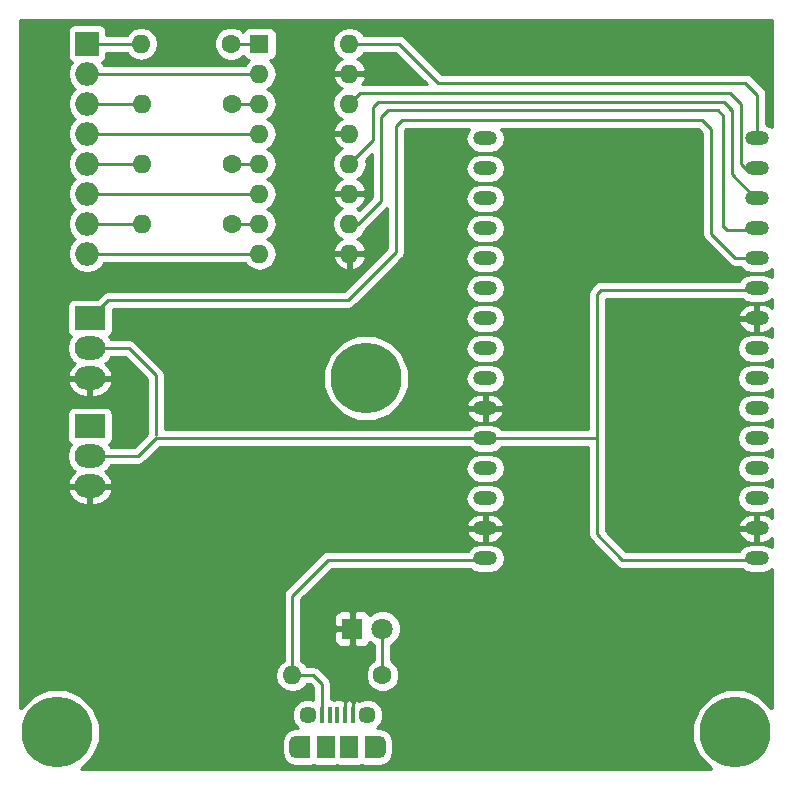
<source format=gbr>
G04 #@! TF.FileFunction,Copper,L1,Top,Signal*
%FSLAX46Y46*%
G04 Gerber Fmt 4.6, Leading zero omitted, Abs format (unit mm)*
G04 Created by KiCad (PCBNEW 4.0.7) date 07/11/18 14:17:59*
%MOMM*%
%LPD*%
G01*
G04 APERTURE LIST*
%ADD10C,0.100000*%
%ADD11O,2.000000X1.200000*%
%ADD12R,1.800000X1.800000*%
%ADD13C,1.800000*%
%ADD14O,1.998980X1.998980*%
%ADD15R,1.998980X1.998980*%
%ADD16R,1.500000X1.900000*%
%ADD17C,1.450000*%
%ADD18R,0.400000X1.350000*%
%ADD19O,1.200000X1.900000*%
%ADD20R,1.200000X1.900000*%
%ADD21C,1.600000*%
%ADD22O,1.600000X1.600000*%
%ADD23R,1.600000X1.600000*%
%ADD24C,6.000000*%
%ADD25R,2.600000X2.000000*%
%ADD26O,2.600000X2.000000*%
%ADD27C,0.250000*%
%ADD28C,0.254000*%
G04 APERTURE END LIST*
D10*
D11*
X190570000Y-63754000D03*
X167570000Y-63754000D03*
X190570000Y-66294000D03*
X167570000Y-66294000D03*
X190570000Y-68834000D03*
X167570000Y-68834000D03*
X190570000Y-71374000D03*
X167570000Y-71374000D03*
X190570000Y-73914000D03*
X167570000Y-73914000D03*
X190570000Y-76454000D03*
X167570000Y-76454000D03*
X190570000Y-78994000D03*
X167570000Y-78994000D03*
X190570000Y-81534000D03*
X167570000Y-81534000D03*
X190570000Y-84074000D03*
X167570000Y-84074000D03*
X190570000Y-86614000D03*
X167570000Y-86614000D03*
X190570000Y-89154000D03*
X167570000Y-89154000D03*
X190570000Y-91694000D03*
X167570000Y-91694000D03*
X190570000Y-94234000D03*
X167570000Y-94234000D03*
X190570000Y-96774000D03*
X167570000Y-96774000D03*
X190570000Y-99314000D03*
X167570000Y-99314000D03*
D12*
X156337000Y-105283000D03*
D13*
X158877000Y-105283000D03*
D14*
X133858000Y-63373000D03*
D15*
X133858000Y-55753000D03*
D14*
X133858000Y-58293000D03*
X133858000Y-60833000D03*
X133858000Y-65913000D03*
X133858000Y-68453000D03*
X133858000Y-70993000D03*
X133858000Y-73533000D03*
D16*
X156067000Y-115285000D03*
D17*
X152567000Y-112585000D03*
D18*
X154417000Y-112585000D03*
X153767000Y-112585000D03*
X156367000Y-112585000D03*
X155717000Y-112585000D03*
X155067000Y-112585000D03*
D17*
X157567000Y-112585000D03*
D16*
X154067000Y-115285000D03*
D19*
X151567000Y-115285000D03*
X158567000Y-115285000D03*
D20*
X157967000Y-115285000D03*
X152167000Y-115285000D03*
D21*
X146050000Y-55753000D03*
D22*
X138430000Y-55753000D03*
D21*
X146177000Y-60833000D03*
D22*
X138557000Y-60833000D03*
D21*
X146177000Y-65913000D03*
D22*
X138557000Y-65913000D03*
D21*
X146177000Y-70993000D03*
D22*
X138557000Y-70993000D03*
D21*
X158877000Y-109220000D03*
D22*
X151257000Y-109220000D03*
D23*
X148463000Y-55753000D03*
D22*
X156083000Y-73533000D03*
X148463000Y-58293000D03*
X156083000Y-70993000D03*
X148463000Y-60833000D03*
X156083000Y-68453000D03*
X148463000Y-63373000D03*
X156083000Y-65913000D03*
X148463000Y-65913000D03*
X156083000Y-63373000D03*
X148463000Y-68453000D03*
X156083000Y-60833000D03*
X148463000Y-70993000D03*
X156083000Y-58293000D03*
X148463000Y-73533000D03*
X156083000Y-55753000D03*
D24*
X131318000Y-114046000D03*
X188722000Y-114046000D03*
X157480000Y-84074000D03*
D25*
X134112000Y-78994000D03*
D26*
X134112000Y-81534000D03*
X134112000Y-84074000D03*
D25*
X134112000Y-88138000D03*
D26*
X134112000Y-90678000D03*
X134112000Y-93218000D03*
D27*
X155717000Y-112585000D02*
X155717000Y-111237000D01*
X155717000Y-111237000D02*
X155956000Y-110998000D01*
X156367000Y-112585000D02*
X156367000Y-111155000D01*
X156367000Y-111155000D02*
X156210000Y-110998000D01*
X158877000Y-109220000D02*
X158877000Y-105283000D01*
X133858000Y-63373000D02*
X148463000Y-63373000D01*
X133858000Y-55753000D02*
X138430000Y-55753000D01*
X133858000Y-58293000D02*
X148463000Y-58293000D01*
X133858000Y-60833000D02*
X138557000Y-60833000D01*
X138557000Y-65913000D02*
X133858000Y-65913000D01*
X133858000Y-68453000D02*
X148463000Y-68453000D01*
X133858000Y-70993000D02*
X138557000Y-70993000D01*
X133858000Y-73533000D02*
X148463000Y-73533000D01*
X167443000Y-99441000D02*
X162687000Y-99441000D01*
X151257000Y-102489000D02*
X154305000Y-99441000D01*
X154305000Y-99441000D02*
X162687000Y-99441000D01*
X151257000Y-102489000D02*
X151257000Y-109220000D01*
X167443000Y-99441000D02*
X167570000Y-99314000D01*
X153767000Y-112585000D02*
X153767000Y-109952000D01*
X153767000Y-109952000D02*
X153035000Y-109220000D01*
X153035000Y-109220000D02*
X151257000Y-109220000D01*
X146050000Y-55753000D02*
X148463000Y-55753000D01*
X146177000Y-60833000D02*
X148463000Y-60833000D01*
X148463000Y-65913000D02*
X146177000Y-65913000D01*
X146177000Y-70993000D02*
X148463000Y-70993000D01*
X156083000Y-70993000D02*
X156845000Y-70993000D01*
X156845000Y-70993000D02*
X158750000Y-69088000D01*
X158750000Y-69088000D02*
X158750000Y-61976000D01*
X158750000Y-61976000D02*
X159321500Y-61404500D01*
X187706000Y-71247000D02*
X187833000Y-71247000D01*
X187261500Y-61404500D02*
X187706000Y-61849000D01*
X187706000Y-61849000D02*
X187706000Y-71247000D01*
X159321500Y-61404500D02*
X187261500Y-61404500D01*
X188087000Y-71501000D02*
X190627000Y-71501000D01*
X187833000Y-71247000D02*
X188087000Y-71501000D01*
X159321500Y-61404500D02*
X159385000Y-61341000D01*
X156083000Y-65913000D02*
X158115000Y-63881000D01*
X188468000Y-61341000D02*
X188468000Y-61468000D01*
X187833000Y-60706000D02*
X188468000Y-61341000D01*
X158496000Y-60706000D02*
X187833000Y-60706000D01*
X158115000Y-61087000D02*
X158496000Y-60706000D01*
X190627000Y-68961000D02*
X188468000Y-66802000D01*
X188468000Y-61468000D02*
X188468000Y-61468000D01*
X188468000Y-61468000D02*
X188341000Y-61341000D01*
X188468000Y-66802000D02*
X188468000Y-61468000D01*
X158115000Y-63881000D02*
X158115000Y-61087000D01*
X190627000Y-66421000D02*
X189738000Y-66421000D01*
X156972000Y-59944000D02*
X156083000Y-60833000D01*
X188341000Y-59944000D02*
X156972000Y-59944000D01*
X189230000Y-60833000D02*
X188341000Y-59944000D01*
X189230000Y-65913000D02*
X189230000Y-60833000D01*
X189738000Y-66421000D02*
X189230000Y-65913000D01*
X190627000Y-63881000D02*
X190627000Y-60071000D01*
X160274000Y-55753000D02*
X156083000Y-55753000D01*
X163576000Y-59055000D02*
X160274000Y-55753000D01*
X189611000Y-59055000D02*
X163576000Y-59055000D01*
X190627000Y-60071000D02*
X189611000Y-59055000D01*
X134112000Y-81534000D02*
X137414000Y-81534000D01*
X139700000Y-83820000D02*
X139700000Y-88900000D01*
X137414000Y-81534000D02*
X139700000Y-83820000D01*
X167570000Y-89154000D02*
X139700000Y-89154000D01*
X138176000Y-90678000D02*
X134112000Y-90678000D01*
X139700000Y-89154000D02*
X138176000Y-90678000D01*
X167570000Y-89154000D02*
X177038000Y-89154000D01*
X177038000Y-89154000D02*
X177038000Y-89408000D01*
X177038000Y-89281000D02*
X177038000Y-89154000D01*
X190627000Y-76581000D02*
X177419000Y-76581000D01*
X179197000Y-99441000D02*
X177038000Y-97282000D01*
X177038000Y-97282000D02*
X177038000Y-89408000D01*
X177038000Y-89408000D02*
X177038000Y-89154000D01*
X177038000Y-89154000D02*
X177038000Y-77216000D01*
X179197000Y-99441000D02*
X190627000Y-99441000D01*
X177038000Y-76962000D02*
X177038000Y-77216000D01*
X177419000Y-76581000D02*
X177038000Y-76962000D01*
X142748000Y-77470000D02*
X135636000Y-77470000D01*
X188722000Y-73914000D02*
X186690000Y-71882000D01*
X186690000Y-71882000D02*
X186690000Y-62992000D01*
X186690000Y-62992000D02*
X185928000Y-62230000D01*
X185928000Y-62230000D02*
X160528000Y-62230000D01*
X160528000Y-62230000D02*
X160020000Y-62738000D01*
X160020000Y-62738000D02*
X160020000Y-73406000D01*
X160020000Y-73406000D02*
X155956000Y-77470000D01*
X155956000Y-77470000D02*
X142748000Y-77470000D01*
X190570000Y-73914000D02*
X188722000Y-73914000D01*
X135636000Y-77470000D02*
X134112000Y-78994000D01*
D28*
G36*
X191822000Y-62845103D02*
X191474646Y-62613009D01*
X191387000Y-62595575D01*
X191387000Y-60071000D01*
X191329148Y-59780161D01*
X191164401Y-59533599D01*
X190148401Y-58517599D01*
X189901839Y-58352852D01*
X189611000Y-58295000D01*
X163890802Y-58295000D01*
X160811401Y-55215599D01*
X160564839Y-55050852D01*
X160274000Y-54993000D01*
X157295995Y-54993000D01*
X157125811Y-54738302D01*
X156660264Y-54427233D01*
X156111113Y-54318000D01*
X156054887Y-54318000D01*
X155505736Y-54427233D01*
X155040189Y-54738302D01*
X154729120Y-55203849D01*
X154619887Y-55753000D01*
X154729120Y-56302151D01*
X155040189Y-56767698D01*
X155444703Y-57037986D01*
X155227866Y-57140611D01*
X154851959Y-57555577D01*
X154691096Y-57943961D01*
X154813085Y-58166000D01*
X155956000Y-58166000D01*
X155956000Y-58146000D01*
X156210000Y-58146000D01*
X156210000Y-58166000D01*
X157352915Y-58166000D01*
X157474904Y-57943961D01*
X157314041Y-57555577D01*
X156938134Y-57140611D01*
X156721297Y-57037986D01*
X157125811Y-56767698D01*
X157295995Y-56513000D01*
X159959198Y-56513000D01*
X162630198Y-59184000D01*
X157174920Y-59184000D01*
X157314041Y-59030423D01*
X157474904Y-58642039D01*
X157352915Y-58420000D01*
X156210000Y-58420000D01*
X156210000Y-58440000D01*
X155956000Y-58440000D01*
X155956000Y-58420000D01*
X154813085Y-58420000D01*
X154691096Y-58642039D01*
X154851959Y-59030423D01*
X155227866Y-59445389D01*
X155444703Y-59548014D01*
X155040189Y-59818302D01*
X154729120Y-60283849D01*
X154619887Y-60833000D01*
X154729120Y-61382151D01*
X155040189Y-61847698D01*
X155444703Y-62117986D01*
X155227866Y-62220611D01*
X154851959Y-62635577D01*
X154691096Y-63023961D01*
X154813085Y-63246000D01*
X155956000Y-63246000D01*
X155956000Y-63226000D01*
X156210000Y-63226000D01*
X156210000Y-63246000D01*
X156230000Y-63246000D01*
X156230000Y-63500000D01*
X156210000Y-63500000D01*
X156210000Y-63520000D01*
X155956000Y-63520000D01*
X155956000Y-63500000D01*
X154813085Y-63500000D01*
X154691096Y-63722039D01*
X154851959Y-64110423D01*
X155227866Y-64525389D01*
X155444703Y-64628014D01*
X155040189Y-64898302D01*
X154729120Y-65363849D01*
X154619887Y-65913000D01*
X154729120Y-66462151D01*
X155040189Y-66927698D01*
X155444703Y-67197986D01*
X155227866Y-67300611D01*
X154851959Y-67715577D01*
X154691096Y-68103961D01*
X154813085Y-68326000D01*
X155956000Y-68326000D01*
X155956000Y-68306000D01*
X156210000Y-68306000D01*
X156210000Y-68326000D01*
X157352915Y-68326000D01*
X157474904Y-68103961D01*
X157314041Y-67715577D01*
X156938134Y-67300611D01*
X156721297Y-67197986D01*
X157125811Y-66927698D01*
X157436880Y-66462151D01*
X157546113Y-65913000D01*
X157481688Y-65589114D01*
X157990000Y-65080802D01*
X157990000Y-68773198D01*
X156921448Y-69841750D01*
X156721297Y-69708014D01*
X156938134Y-69605389D01*
X157314041Y-69190423D01*
X157474904Y-68802039D01*
X157352915Y-68580000D01*
X156210000Y-68580000D01*
X156210000Y-68600000D01*
X155956000Y-68600000D01*
X155956000Y-68580000D01*
X154813085Y-68580000D01*
X154691096Y-68802039D01*
X154851959Y-69190423D01*
X155227866Y-69605389D01*
X155444703Y-69708014D01*
X155040189Y-69978302D01*
X154729120Y-70443849D01*
X154619887Y-70993000D01*
X154729120Y-71542151D01*
X155040189Y-72007698D01*
X155444703Y-72277986D01*
X155227866Y-72380611D01*
X154851959Y-72795577D01*
X154691096Y-73183961D01*
X154813085Y-73406000D01*
X155956000Y-73406000D01*
X155956000Y-73386000D01*
X156210000Y-73386000D01*
X156210000Y-73406000D01*
X157352915Y-73406000D01*
X157474904Y-73183961D01*
X157314041Y-72795577D01*
X156938134Y-72380611D01*
X156721297Y-72277986D01*
X157125811Y-72007698D01*
X157436880Y-71542151D01*
X157453325Y-71459477D01*
X159260000Y-69652802D01*
X159260000Y-73091198D01*
X155641198Y-76710000D01*
X135636000Y-76710000D01*
X135393414Y-76758254D01*
X135345160Y-76767852D01*
X135098599Y-76932599D01*
X134684638Y-77346560D01*
X132812000Y-77346560D01*
X132576683Y-77390838D01*
X132360559Y-77529910D01*
X132215569Y-77742110D01*
X132164560Y-77994000D01*
X132164560Y-79994000D01*
X132208838Y-80229317D01*
X132347910Y-80445441D01*
X132502329Y-80550951D01*
X132263548Y-80908313D01*
X132139091Y-81534000D01*
X132263548Y-82159687D01*
X132617971Y-82690120D01*
X132808188Y-82817219D01*
X132566078Y-83007683D01*
X132252856Y-83565645D01*
X132221876Y-83693566D01*
X132341223Y-83947000D01*
X133985000Y-83947000D01*
X133985000Y-83927000D01*
X134239000Y-83927000D01*
X134239000Y-83947000D01*
X135882777Y-83947000D01*
X136002124Y-83693566D01*
X135971144Y-83565645D01*
X135657922Y-83007683D01*
X135415812Y-82817219D01*
X135606029Y-82690120D01*
X135870707Y-82294000D01*
X137099198Y-82294000D01*
X138940000Y-84134802D01*
X138940000Y-88839198D01*
X137861198Y-89918000D01*
X135870707Y-89918000D01*
X135720907Y-89693808D01*
X135863441Y-89602090D01*
X136008431Y-89389890D01*
X136059440Y-89138000D01*
X136059440Y-87138000D01*
X136015162Y-86902683D01*
X135876090Y-86686559D01*
X135663890Y-86541569D01*
X135412000Y-86490560D01*
X132812000Y-86490560D01*
X132576683Y-86534838D01*
X132360559Y-86673910D01*
X132215569Y-86886110D01*
X132164560Y-87138000D01*
X132164560Y-89138000D01*
X132208838Y-89373317D01*
X132347910Y-89589441D01*
X132502329Y-89694951D01*
X132263548Y-90052313D01*
X132139091Y-90678000D01*
X132263548Y-91303687D01*
X132617971Y-91834120D01*
X132808188Y-91961219D01*
X132566078Y-92151683D01*
X132252856Y-92709645D01*
X132221876Y-92837566D01*
X132341223Y-93091000D01*
X133985000Y-93091000D01*
X133985000Y-93071000D01*
X134239000Y-93071000D01*
X134239000Y-93091000D01*
X135882777Y-93091000D01*
X136002124Y-92837566D01*
X135971144Y-92709645D01*
X135657922Y-92151683D01*
X135415812Y-91961219D01*
X135606029Y-91834120D01*
X135699653Y-91694000D01*
X165902968Y-91694000D01*
X165996977Y-92166614D01*
X166264691Y-92567277D01*
X166665354Y-92834991D01*
X167137968Y-92929000D01*
X168002032Y-92929000D01*
X168474646Y-92834991D01*
X168875309Y-92567277D01*
X169143023Y-92166614D01*
X169237032Y-91694000D01*
X169143023Y-91221386D01*
X168875309Y-90820723D01*
X168474646Y-90553009D01*
X168002032Y-90459000D01*
X167137968Y-90459000D01*
X166665354Y-90553009D01*
X166264691Y-90820723D01*
X165996977Y-91221386D01*
X165902968Y-91694000D01*
X135699653Y-91694000D01*
X135870707Y-91438000D01*
X138176000Y-91438000D01*
X138466839Y-91380148D01*
X138713401Y-91215401D01*
X140014802Y-89914000D01*
X166189002Y-89914000D01*
X166264691Y-90027277D01*
X166665354Y-90294991D01*
X167137968Y-90389000D01*
X168002032Y-90389000D01*
X168474646Y-90294991D01*
X168875309Y-90027277D01*
X168950998Y-89914000D01*
X176278000Y-89914000D01*
X176278000Y-97282000D01*
X176335852Y-97572839D01*
X176500599Y-97819401D01*
X178659599Y-99978401D01*
X178906161Y-100143148D01*
X179197000Y-100201000D01*
X189285229Y-100201000D01*
X189665354Y-100454991D01*
X190137968Y-100549000D01*
X191002032Y-100549000D01*
X191474646Y-100454991D01*
X191822000Y-100222897D01*
X191822000Y-112029803D01*
X191805400Y-111989628D01*
X190783751Y-110966194D01*
X189448218Y-110411632D01*
X188002126Y-110410370D01*
X186665628Y-110962600D01*
X185642194Y-111984249D01*
X185087632Y-113319782D01*
X185086370Y-114765874D01*
X185638600Y-116102372D01*
X186660249Y-117125806D01*
X186708882Y-117146000D01*
X133334197Y-117146000D01*
X133374372Y-117129400D01*
X134397806Y-116107751D01*
X134952368Y-114772218D01*
X134953630Y-113326126D01*
X134401400Y-111989628D01*
X133379751Y-110966194D01*
X132044218Y-110411632D01*
X130598126Y-110410370D01*
X129261628Y-110962600D01*
X128238194Y-111984249D01*
X128218000Y-112032882D01*
X128218000Y-109220000D01*
X149793887Y-109220000D01*
X149903120Y-109769151D01*
X150214189Y-110234698D01*
X150679736Y-110545767D01*
X151228887Y-110655000D01*
X151285113Y-110655000D01*
X151834264Y-110545767D01*
X152299811Y-110234698D01*
X152469995Y-109980000D01*
X152720198Y-109980000D01*
X153007000Y-110266802D01*
X153007000Y-111295118D01*
X152838708Y-111225237D01*
X152297666Y-111224764D01*
X151797628Y-111431376D01*
X151414720Y-111813616D01*
X151207237Y-112313292D01*
X151206764Y-112854334D01*
X151413376Y-113354372D01*
X151745983Y-113687560D01*
X151660569Y-113687560D01*
X151567000Y-113668948D01*
X151094386Y-113762957D01*
X150693723Y-114030671D01*
X150426009Y-114431334D01*
X150332000Y-114903948D01*
X150332000Y-115666052D01*
X150426009Y-116138666D01*
X150693723Y-116539329D01*
X151094386Y-116807043D01*
X151567000Y-116901052D01*
X151660569Y-116882440D01*
X152767000Y-116882440D01*
X153002317Y-116838162D01*
X153039728Y-116814088D01*
X153065110Y-116831431D01*
X153317000Y-116882440D01*
X154817000Y-116882440D01*
X155052317Y-116838162D01*
X155063979Y-116830658D01*
X155065110Y-116831431D01*
X155317000Y-116882440D01*
X156817000Y-116882440D01*
X157052317Y-116838162D01*
X157089728Y-116814088D01*
X157115110Y-116831431D01*
X157367000Y-116882440D01*
X158473431Y-116882440D01*
X158567000Y-116901052D01*
X159039614Y-116807043D01*
X159440277Y-116539329D01*
X159707991Y-116138666D01*
X159802000Y-115666052D01*
X159802000Y-114903948D01*
X159707991Y-114431334D01*
X159440277Y-114030671D01*
X159039614Y-113762957D01*
X158567000Y-113668948D01*
X158473431Y-113687560D01*
X158387525Y-113687560D01*
X158719280Y-113356384D01*
X158926763Y-112856708D01*
X158927236Y-112315666D01*
X158720624Y-111815628D01*
X158338384Y-111432720D01*
X157838708Y-111225237D01*
X157297666Y-111224764D01*
X156931207Y-111376182D01*
X156926698Y-111371673D01*
X156693309Y-111275000D01*
X156625750Y-111275000D01*
X156467000Y-111433750D01*
X156467000Y-111578482D01*
X156455327Y-111550301D01*
X156276698Y-111371673D01*
X156154170Y-111320920D01*
X156108250Y-111275000D01*
X155975750Y-111275000D01*
X155929830Y-111320920D01*
X155807302Y-111371673D01*
X155724748Y-111454226D01*
X155518890Y-111313569D01*
X155491215Y-111307965D01*
X155458250Y-111275000D01*
X155390691Y-111275000D01*
X155370247Y-111283468D01*
X155267000Y-111262560D01*
X154867000Y-111262560D01*
X154737411Y-111286944D01*
X154617000Y-111262560D01*
X154527000Y-111262560D01*
X154527000Y-109952000D01*
X154469148Y-109661161D01*
X154469148Y-109661160D01*
X154304401Y-109414599D01*
X153572401Y-108682599D01*
X153325839Y-108517852D01*
X153035000Y-108460000D01*
X152469995Y-108460000D01*
X152299811Y-108205302D01*
X152017000Y-108016333D01*
X152017000Y-105568750D01*
X154802000Y-105568750D01*
X154802000Y-106309310D01*
X154898673Y-106542699D01*
X155077302Y-106721327D01*
X155310691Y-106818000D01*
X156051250Y-106818000D01*
X156210000Y-106659250D01*
X156210000Y-105410000D01*
X154960750Y-105410000D01*
X154802000Y-105568750D01*
X152017000Y-105568750D01*
X152017000Y-104256690D01*
X154802000Y-104256690D01*
X154802000Y-104997250D01*
X154960750Y-105156000D01*
X156210000Y-105156000D01*
X156210000Y-103906750D01*
X156464000Y-103906750D01*
X156464000Y-105156000D01*
X156484000Y-105156000D01*
X156484000Y-105410000D01*
X156464000Y-105410000D01*
X156464000Y-106659250D01*
X156622750Y-106818000D01*
X157363309Y-106818000D01*
X157596698Y-106721327D01*
X157775327Y-106542699D01*
X157831119Y-106408006D01*
X158006357Y-106583551D01*
X158117000Y-106629494D01*
X158117000Y-107981354D01*
X158065200Y-108002757D01*
X157661176Y-108406077D01*
X157442250Y-108933309D01*
X157441752Y-109504187D01*
X157659757Y-110031800D01*
X158063077Y-110435824D01*
X158590309Y-110654750D01*
X159161187Y-110655248D01*
X159688800Y-110437243D01*
X160092824Y-110033923D01*
X160311750Y-109506691D01*
X160312248Y-108935813D01*
X160094243Y-108408200D01*
X159690923Y-108004176D01*
X159637000Y-107981785D01*
X159637000Y-106629846D01*
X159745371Y-106585068D01*
X160177551Y-106153643D01*
X160411733Y-105589670D01*
X160412265Y-104979009D01*
X160179068Y-104414629D01*
X159747643Y-103982449D01*
X159183670Y-103748267D01*
X158573009Y-103747735D01*
X158008629Y-103980932D01*
X157831159Y-104158092D01*
X157775327Y-104023301D01*
X157596698Y-103844673D01*
X157363309Y-103748000D01*
X156622750Y-103748000D01*
X156464000Y-103906750D01*
X156210000Y-103906750D01*
X156051250Y-103748000D01*
X155310691Y-103748000D01*
X155077302Y-103844673D01*
X154898673Y-104023301D01*
X154802000Y-104256690D01*
X152017000Y-104256690D01*
X152017000Y-102803802D01*
X154619802Y-100201000D01*
X166285229Y-100201000D01*
X166665354Y-100454991D01*
X167137968Y-100549000D01*
X168002032Y-100549000D01*
X168474646Y-100454991D01*
X168875309Y-100187277D01*
X169143023Y-99786614D01*
X169237032Y-99314000D01*
X169143023Y-98841386D01*
X168875309Y-98440723D01*
X168474646Y-98173009D01*
X168002032Y-98079000D01*
X167137968Y-98079000D01*
X166665354Y-98173009D01*
X166264691Y-98440723D01*
X166104143Y-98681000D01*
X154305000Y-98681000D01*
X154014161Y-98738852D01*
X153767599Y-98903599D01*
X150719599Y-101951599D01*
X150554852Y-102198161D01*
X150497000Y-102489000D01*
X150497000Y-108016333D01*
X150214189Y-108205302D01*
X149903120Y-108670849D01*
X149793887Y-109220000D01*
X128218000Y-109220000D01*
X128218000Y-97091609D01*
X165976538Y-97091609D01*
X165980408Y-97129281D01*
X166206920Y-97557474D01*
X166580053Y-97866390D01*
X167043000Y-98009000D01*
X167443000Y-98009000D01*
X167443000Y-96901000D01*
X167697000Y-96901000D01*
X167697000Y-98009000D01*
X168097000Y-98009000D01*
X168559947Y-97866390D01*
X168933080Y-97557474D01*
X169159592Y-97129281D01*
X169163462Y-97091609D01*
X169038731Y-96901000D01*
X167697000Y-96901000D01*
X167443000Y-96901000D01*
X166101269Y-96901000D01*
X165976538Y-97091609D01*
X128218000Y-97091609D01*
X128218000Y-96456391D01*
X165976538Y-96456391D01*
X166101269Y-96647000D01*
X167443000Y-96647000D01*
X167443000Y-95539000D01*
X167697000Y-95539000D01*
X167697000Y-96647000D01*
X169038731Y-96647000D01*
X169163462Y-96456391D01*
X169159592Y-96418719D01*
X168933080Y-95990526D01*
X168559947Y-95681610D01*
X168097000Y-95539000D01*
X167697000Y-95539000D01*
X167443000Y-95539000D01*
X167043000Y-95539000D01*
X166580053Y-95681610D01*
X166206920Y-95990526D01*
X165980408Y-96418719D01*
X165976538Y-96456391D01*
X128218000Y-96456391D01*
X128218000Y-93598434D01*
X132221876Y-93598434D01*
X132252856Y-93726355D01*
X132566078Y-94284317D01*
X133068980Y-94679942D01*
X133685000Y-94853000D01*
X133985000Y-94853000D01*
X133985000Y-93345000D01*
X134239000Y-93345000D01*
X134239000Y-94853000D01*
X134539000Y-94853000D01*
X135155020Y-94679942D01*
X135657922Y-94284317D01*
X135686168Y-94234000D01*
X165902968Y-94234000D01*
X165996977Y-94706614D01*
X166264691Y-95107277D01*
X166665354Y-95374991D01*
X167137968Y-95469000D01*
X168002032Y-95469000D01*
X168474646Y-95374991D01*
X168875309Y-95107277D01*
X169143023Y-94706614D01*
X169237032Y-94234000D01*
X169143023Y-93761386D01*
X168875309Y-93360723D01*
X168474646Y-93093009D01*
X168002032Y-92999000D01*
X167137968Y-92999000D01*
X166665354Y-93093009D01*
X166264691Y-93360723D01*
X165996977Y-93761386D01*
X165902968Y-94234000D01*
X135686168Y-94234000D01*
X135971144Y-93726355D01*
X136002124Y-93598434D01*
X135882777Y-93345000D01*
X134239000Y-93345000D01*
X133985000Y-93345000D01*
X132341223Y-93345000D01*
X132221876Y-93598434D01*
X128218000Y-93598434D01*
X128218000Y-84454434D01*
X132221876Y-84454434D01*
X132252856Y-84582355D01*
X132566078Y-85140317D01*
X133068980Y-85535942D01*
X133685000Y-85709000D01*
X133985000Y-85709000D01*
X133985000Y-84201000D01*
X134239000Y-84201000D01*
X134239000Y-85709000D01*
X134539000Y-85709000D01*
X135155020Y-85535942D01*
X135657922Y-85140317D01*
X135971144Y-84582355D01*
X136002124Y-84454434D01*
X135882777Y-84201000D01*
X134239000Y-84201000D01*
X133985000Y-84201000D01*
X132341223Y-84201000D01*
X132221876Y-84454434D01*
X128218000Y-84454434D01*
X128218000Y-54753510D01*
X132211070Y-54753510D01*
X132211070Y-56752490D01*
X132255348Y-56987807D01*
X132394420Y-57203931D01*
X132560473Y-57317390D01*
X132347928Y-57635486D01*
X132223510Y-58260978D01*
X132223510Y-58325022D01*
X132347928Y-58950514D01*
X132702241Y-59480781D01*
X132825290Y-59563000D01*
X132702241Y-59645219D01*
X132347928Y-60175486D01*
X132223510Y-60800978D01*
X132223510Y-60865022D01*
X132347928Y-61490514D01*
X132702241Y-62020781D01*
X132825290Y-62103000D01*
X132702241Y-62185219D01*
X132347928Y-62715486D01*
X132223510Y-63340978D01*
X132223510Y-63405022D01*
X132347928Y-64030514D01*
X132702241Y-64560781D01*
X132825290Y-64643000D01*
X132702241Y-64725219D01*
X132347928Y-65255486D01*
X132223510Y-65880978D01*
X132223510Y-65945022D01*
X132347928Y-66570514D01*
X132702241Y-67100781D01*
X132825290Y-67183000D01*
X132702241Y-67265219D01*
X132347928Y-67795486D01*
X132223510Y-68420978D01*
X132223510Y-68485022D01*
X132347928Y-69110514D01*
X132702241Y-69640781D01*
X132825290Y-69723000D01*
X132702241Y-69805219D01*
X132347928Y-70335486D01*
X132223510Y-70960978D01*
X132223510Y-71025022D01*
X132347928Y-71650514D01*
X132702241Y-72180781D01*
X132825290Y-72263000D01*
X132702241Y-72345219D01*
X132347928Y-72875486D01*
X132223510Y-73500978D01*
X132223510Y-73565022D01*
X132347928Y-74190514D01*
X132702241Y-74720781D01*
X133232508Y-75075094D01*
X133858000Y-75199512D01*
X134483492Y-75075094D01*
X135013759Y-74720781D01*
X135299593Y-74293000D01*
X147250005Y-74293000D01*
X147420189Y-74547698D01*
X147885736Y-74858767D01*
X148434887Y-74968000D01*
X148491113Y-74968000D01*
X149040264Y-74858767D01*
X149505811Y-74547698D01*
X149816880Y-74082151D01*
X149856684Y-73882039D01*
X154691096Y-73882039D01*
X154851959Y-74270423D01*
X155227866Y-74685389D01*
X155733959Y-74924914D01*
X155956000Y-74803629D01*
X155956000Y-73660000D01*
X156210000Y-73660000D01*
X156210000Y-74803629D01*
X156432041Y-74924914D01*
X156938134Y-74685389D01*
X157314041Y-74270423D01*
X157474904Y-73882039D01*
X157352915Y-73660000D01*
X156210000Y-73660000D01*
X155956000Y-73660000D01*
X154813085Y-73660000D01*
X154691096Y-73882039D01*
X149856684Y-73882039D01*
X149926113Y-73533000D01*
X149816880Y-72983849D01*
X149505811Y-72518302D01*
X149123725Y-72263000D01*
X149505811Y-72007698D01*
X149816880Y-71542151D01*
X149926113Y-70993000D01*
X149816880Y-70443849D01*
X149505811Y-69978302D01*
X149123725Y-69723000D01*
X149505811Y-69467698D01*
X149816880Y-69002151D01*
X149926113Y-68453000D01*
X149816880Y-67903849D01*
X149505811Y-67438302D01*
X149123725Y-67183000D01*
X149505811Y-66927698D01*
X149816880Y-66462151D01*
X149926113Y-65913000D01*
X149816880Y-65363849D01*
X149505811Y-64898302D01*
X149123725Y-64643000D01*
X149505811Y-64387698D01*
X149816880Y-63922151D01*
X149926113Y-63373000D01*
X149816880Y-62823849D01*
X149505811Y-62358302D01*
X149123725Y-62103000D01*
X149505811Y-61847698D01*
X149816880Y-61382151D01*
X149926113Y-60833000D01*
X149816880Y-60283849D01*
X149505811Y-59818302D01*
X149123725Y-59563000D01*
X149505811Y-59307698D01*
X149816880Y-58842151D01*
X149926113Y-58293000D01*
X149816880Y-57743849D01*
X149505811Y-57278302D01*
X149361535Y-57181899D01*
X149498317Y-57156162D01*
X149714441Y-57017090D01*
X149859431Y-56804890D01*
X149910440Y-56553000D01*
X149910440Y-54953000D01*
X149866162Y-54717683D01*
X149727090Y-54501559D01*
X149514890Y-54356569D01*
X149263000Y-54305560D01*
X147663000Y-54305560D01*
X147427683Y-54349838D01*
X147211559Y-54488910D01*
X147066569Y-54701110D01*
X147059992Y-54733587D01*
X146863923Y-54537176D01*
X146336691Y-54318250D01*
X145765813Y-54317752D01*
X145238200Y-54535757D01*
X144834176Y-54939077D01*
X144615250Y-55466309D01*
X144614752Y-56037187D01*
X144832757Y-56564800D01*
X145236077Y-56968824D01*
X145763309Y-57187750D01*
X146334187Y-57188248D01*
X146861800Y-56970243D01*
X147057340Y-56775043D01*
X147059838Y-56788317D01*
X147198910Y-57004441D01*
X147411110Y-57149431D01*
X147566089Y-57180815D01*
X147420189Y-57278302D01*
X147250005Y-57533000D01*
X135299593Y-57533000D01*
X135154547Y-57315923D01*
X135308931Y-57216580D01*
X135453921Y-57004380D01*
X135504930Y-56752490D01*
X135504930Y-56513000D01*
X137217005Y-56513000D01*
X137387189Y-56767698D01*
X137852736Y-57078767D01*
X138401887Y-57188000D01*
X138458113Y-57188000D01*
X139007264Y-57078767D01*
X139472811Y-56767698D01*
X139783880Y-56302151D01*
X139893113Y-55753000D01*
X139783880Y-55203849D01*
X139472811Y-54738302D01*
X139007264Y-54427233D01*
X138458113Y-54318000D01*
X138401887Y-54318000D01*
X137852736Y-54427233D01*
X137387189Y-54738302D01*
X137217005Y-54993000D01*
X135504930Y-54993000D01*
X135504930Y-54753510D01*
X135460652Y-54518193D01*
X135321580Y-54302069D01*
X135109380Y-54157079D01*
X134857490Y-54106070D01*
X132858510Y-54106070D01*
X132623193Y-54150348D01*
X132407069Y-54289420D01*
X132262079Y-54501620D01*
X132211070Y-54753510D01*
X128218000Y-54753510D01*
X128218000Y-53796000D01*
X191822000Y-53796000D01*
X191822000Y-62845103D01*
X191822000Y-62845103D01*
G37*
X191822000Y-62845103D02*
X191474646Y-62613009D01*
X191387000Y-62595575D01*
X191387000Y-60071000D01*
X191329148Y-59780161D01*
X191164401Y-59533599D01*
X190148401Y-58517599D01*
X189901839Y-58352852D01*
X189611000Y-58295000D01*
X163890802Y-58295000D01*
X160811401Y-55215599D01*
X160564839Y-55050852D01*
X160274000Y-54993000D01*
X157295995Y-54993000D01*
X157125811Y-54738302D01*
X156660264Y-54427233D01*
X156111113Y-54318000D01*
X156054887Y-54318000D01*
X155505736Y-54427233D01*
X155040189Y-54738302D01*
X154729120Y-55203849D01*
X154619887Y-55753000D01*
X154729120Y-56302151D01*
X155040189Y-56767698D01*
X155444703Y-57037986D01*
X155227866Y-57140611D01*
X154851959Y-57555577D01*
X154691096Y-57943961D01*
X154813085Y-58166000D01*
X155956000Y-58166000D01*
X155956000Y-58146000D01*
X156210000Y-58146000D01*
X156210000Y-58166000D01*
X157352915Y-58166000D01*
X157474904Y-57943961D01*
X157314041Y-57555577D01*
X156938134Y-57140611D01*
X156721297Y-57037986D01*
X157125811Y-56767698D01*
X157295995Y-56513000D01*
X159959198Y-56513000D01*
X162630198Y-59184000D01*
X157174920Y-59184000D01*
X157314041Y-59030423D01*
X157474904Y-58642039D01*
X157352915Y-58420000D01*
X156210000Y-58420000D01*
X156210000Y-58440000D01*
X155956000Y-58440000D01*
X155956000Y-58420000D01*
X154813085Y-58420000D01*
X154691096Y-58642039D01*
X154851959Y-59030423D01*
X155227866Y-59445389D01*
X155444703Y-59548014D01*
X155040189Y-59818302D01*
X154729120Y-60283849D01*
X154619887Y-60833000D01*
X154729120Y-61382151D01*
X155040189Y-61847698D01*
X155444703Y-62117986D01*
X155227866Y-62220611D01*
X154851959Y-62635577D01*
X154691096Y-63023961D01*
X154813085Y-63246000D01*
X155956000Y-63246000D01*
X155956000Y-63226000D01*
X156210000Y-63226000D01*
X156210000Y-63246000D01*
X156230000Y-63246000D01*
X156230000Y-63500000D01*
X156210000Y-63500000D01*
X156210000Y-63520000D01*
X155956000Y-63520000D01*
X155956000Y-63500000D01*
X154813085Y-63500000D01*
X154691096Y-63722039D01*
X154851959Y-64110423D01*
X155227866Y-64525389D01*
X155444703Y-64628014D01*
X155040189Y-64898302D01*
X154729120Y-65363849D01*
X154619887Y-65913000D01*
X154729120Y-66462151D01*
X155040189Y-66927698D01*
X155444703Y-67197986D01*
X155227866Y-67300611D01*
X154851959Y-67715577D01*
X154691096Y-68103961D01*
X154813085Y-68326000D01*
X155956000Y-68326000D01*
X155956000Y-68306000D01*
X156210000Y-68306000D01*
X156210000Y-68326000D01*
X157352915Y-68326000D01*
X157474904Y-68103961D01*
X157314041Y-67715577D01*
X156938134Y-67300611D01*
X156721297Y-67197986D01*
X157125811Y-66927698D01*
X157436880Y-66462151D01*
X157546113Y-65913000D01*
X157481688Y-65589114D01*
X157990000Y-65080802D01*
X157990000Y-68773198D01*
X156921448Y-69841750D01*
X156721297Y-69708014D01*
X156938134Y-69605389D01*
X157314041Y-69190423D01*
X157474904Y-68802039D01*
X157352915Y-68580000D01*
X156210000Y-68580000D01*
X156210000Y-68600000D01*
X155956000Y-68600000D01*
X155956000Y-68580000D01*
X154813085Y-68580000D01*
X154691096Y-68802039D01*
X154851959Y-69190423D01*
X155227866Y-69605389D01*
X155444703Y-69708014D01*
X155040189Y-69978302D01*
X154729120Y-70443849D01*
X154619887Y-70993000D01*
X154729120Y-71542151D01*
X155040189Y-72007698D01*
X155444703Y-72277986D01*
X155227866Y-72380611D01*
X154851959Y-72795577D01*
X154691096Y-73183961D01*
X154813085Y-73406000D01*
X155956000Y-73406000D01*
X155956000Y-73386000D01*
X156210000Y-73386000D01*
X156210000Y-73406000D01*
X157352915Y-73406000D01*
X157474904Y-73183961D01*
X157314041Y-72795577D01*
X156938134Y-72380611D01*
X156721297Y-72277986D01*
X157125811Y-72007698D01*
X157436880Y-71542151D01*
X157453325Y-71459477D01*
X159260000Y-69652802D01*
X159260000Y-73091198D01*
X155641198Y-76710000D01*
X135636000Y-76710000D01*
X135393414Y-76758254D01*
X135345160Y-76767852D01*
X135098599Y-76932599D01*
X134684638Y-77346560D01*
X132812000Y-77346560D01*
X132576683Y-77390838D01*
X132360559Y-77529910D01*
X132215569Y-77742110D01*
X132164560Y-77994000D01*
X132164560Y-79994000D01*
X132208838Y-80229317D01*
X132347910Y-80445441D01*
X132502329Y-80550951D01*
X132263548Y-80908313D01*
X132139091Y-81534000D01*
X132263548Y-82159687D01*
X132617971Y-82690120D01*
X132808188Y-82817219D01*
X132566078Y-83007683D01*
X132252856Y-83565645D01*
X132221876Y-83693566D01*
X132341223Y-83947000D01*
X133985000Y-83947000D01*
X133985000Y-83927000D01*
X134239000Y-83927000D01*
X134239000Y-83947000D01*
X135882777Y-83947000D01*
X136002124Y-83693566D01*
X135971144Y-83565645D01*
X135657922Y-83007683D01*
X135415812Y-82817219D01*
X135606029Y-82690120D01*
X135870707Y-82294000D01*
X137099198Y-82294000D01*
X138940000Y-84134802D01*
X138940000Y-88839198D01*
X137861198Y-89918000D01*
X135870707Y-89918000D01*
X135720907Y-89693808D01*
X135863441Y-89602090D01*
X136008431Y-89389890D01*
X136059440Y-89138000D01*
X136059440Y-87138000D01*
X136015162Y-86902683D01*
X135876090Y-86686559D01*
X135663890Y-86541569D01*
X135412000Y-86490560D01*
X132812000Y-86490560D01*
X132576683Y-86534838D01*
X132360559Y-86673910D01*
X132215569Y-86886110D01*
X132164560Y-87138000D01*
X132164560Y-89138000D01*
X132208838Y-89373317D01*
X132347910Y-89589441D01*
X132502329Y-89694951D01*
X132263548Y-90052313D01*
X132139091Y-90678000D01*
X132263548Y-91303687D01*
X132617971Y-91834120D01*
X132808188Y-91961219D01*
X132566078Y-92151683D01*
X132252856Y-92709645D01*
X132221876Y-92837566D01*
X132341223Y-93091000D01*
X133985000Y-93091000D01*
X133985000Y-93071000D01*
X134239000Y-93071000D01*
X134239000Y-93091000D01*
X135882777Y-93091000D01*
X136002124Y-92837566D01*
X135971144Y-92709645D01*
X135657922Y-92151683D01*
X135415812Y-91961219D01*
X135606029Y-91834120D01*
X135699653Y-91694000D01*
X165902968Y-91694000D01*
X165996977Y-92166614D01*
X166264691Y-92567277D01*
X166665354Y-92834991D01*
X167137968Y-92929000D01*
X168002032Y-92929000D01*
X168474646Y-92834991D01*
X168875309Y-92567277D01*
X169143023Y-92166614D01*
X169237032Y-91694000D01*
X169143023Y-91221386D01*
X168875309Y-90820723D01*
X168474646Y-90553009D01*
X168002032Y-90459000D01*
X167137968Y-90459000D01*
X166665354Y-90553009D01*
X166264691Y-90820723D01*
X165996977Y-91221386D01*
X165902968Y-91694000D01*
X135699653Y-91694000D01*
X135870707Y-91438000D01*
X138176000Y-91438000D01*
X138466839Y-91380148D01*
X138713401Y-91215401D01*
X140014802Y-89914000D01*
X166189002Y-89914000D01*
X166264691Y-90027277D01*
X166665354Y-90294991D01*
X167137968Y-90389000D01*
X168002032Y-90389000D01*
X168474646Y-90294991D01*
X168875309Y-90027277D01*
X168950998Y-89914000D01*
X176278000Y-89914000D01*
X176278000Y-97282000D01*
X176335852Y-97572839D01*
X176500599Y-97819401D01*
X178659599Y-99978401D01*
X178906161Y-100143148D01*
X179197000Y-100201000D01*
X189285229Y-100201000D01*
X189665354Y-100454991D01*
X190137968Y-100549000D01*
X191002032Y-100549000D01*
X191474646Y-100454991D01*
X191822000Y-100222897D01*
X191822000Y-112029803D01*
X191805400Y-111989628D01*
X190783751Y-110966194D01*
X189448218Y-110411632D01*
X188002126Y-110410370D01*
X186665628Y-110962600D01*
X185642194Y-111984249D01*
X185087632Y-113319782D01*
X185086370Y-114765874D01*
X185638600Y-116102372D01*
X186660249Y-117125806D01*
X186708882Y-117146000D01*
X133334197Y-117146000D01*
X133374372Y-117129400D01*
X134397806Y-116107751D01*
X134952368Y-114772218D01*
X134953630Y-113326126D01*
X134401400Y-111989628D01*
X133379751Y-110966194D01*
X132044218Y-110411632D01*
X130598126Y-110410370D01*
X129261628Y-110962600D01*
X128238194Y-111984249D01*
X128218000Y-112032882D01*
X128218000Y-109220000D01*
X149793887Y-109220000D01*
X149903120Y-109769151D01*
X150214189Y-110234698D01*
X150679736Y-110545767D01*
X151228887Y-110655000D01*
X151285113Y-110655000D01*
X151834264Y-110545767D01*
X152299811Y-110234698D01*
X152469995Y-109980000D01*
X152720198Y-109980000D01*
X153007000Y-110266802D01*
X153007000Y-111295118D01*
X152838708Y-111225237D01*
X152297666Y-111224764D01*
X151797628Y-111431376D01*
X151414720Y-111813616D01*
X151207237Y-112313292D01*
X151206764Y-112854334D01*
X151413376Y-113354372D01*
X151745983Y-113687560D01*
X151660569Y-113687560D01*
X151567000Y-113668948D01*
X151094386Y-113762957D01*
X150693723Y-114030671D01*
X150426009Y-114431334D01*
X150332000Y-114903948D01*
X150332000Y-115666052D01*
X150426009Y-116138666D01*
X150693723Y-116539329D01*
X151094386Y-116807043D01*
X151567000Y-116901052D01*
X151660569Y-116882440D01*
X152767000Y-116882440D01*
X153002317Y-116838162D01*
X153039728Y-116814088D01*
X153065110Y-116831431D01*
X153317000Y-116882440D01*
X154817000Y-116882440D01*
X155052317Y-116838162D01*
X155063979Y-116830658D01*
X155065110Y-116831431D01*
X155317000Y-116882440D01*
X156817000Y-116882440D01*
X157052317Y-116838162D01*
X157089728Y-116814088D01*
X157115110Y-116831431D01*
X157367000Y-116882440D01*
X158473431Y-116882440D01*
X158567000Y-116901052D01*
X159039614Y-116807043D01*
X159440277Y-116539329D01*
X159707991Y-116138666D01*
X159802000Y-115666052D01*
X159802000Y-114903948D01*
X159707991Y-114431334D01*
X159440277Y-114030671D01*
X159039614Y-113762957D01*
X158567000Y-113668948D01*
X158473431Y-113687560D01*
X158387525Y-113687560D01*
X158719280Y-113356384D01*
X158926763Y-112856708D01*
X158927236Y-112315666D01*
X158720624Y-111815628D01*
X158338384Y-111432720D01*
X157838708Y-111225237D01*
X157297666Y-111224764D01*
X156931207Y-111376182D01*
X156926698Y-111371673D01*
X156693309Y-111275000D01*
X156625750Y-111275000D01*
X156467000Y-111433750D01*
X156467000Y-111578482D01*
X156455327Y-111550301D01*
X156276698Y-111371673D01*
X156154170Y-111320920D01*
X156108250Y-111275000D01*
X155975750Y-111275000D01*
X155929830Y-111320920D01*
X155807302Y-111371673D01*
X155724748Y-111454226D01*
X155518890Y-111313569D01*
X155491215Y-111307965D01*
X155458250Y-111275000D01*
X155390691Y-111275000D01*
X155370247Y-111283468D01*
X155267000Y-111262560D01*
X154867000Y-111262560D01*
X154737411Y-111286944D01*
X154617000Y-111262560D01*
X154527000Y-111262560D01*
X154527000Y-109952000D01*
X154469148Y-109661161D01*
X154469148Y-109661160D01*
X154304401Y-109414599D01*
X153572401Y-108682599D01*
X153325839Y-108517852D01*
X153035000Y-108460000D01*
X152469995Y-108460000D01*
X152299811Y-108205302D01*
X152017000Y-108016333D01*
X152017000Y-105568750D01*
X154802000Y-105568750D01*
X154802000Y-106309310D01*
X154898673Y-106542699D01*
X155077302Y-106721327D01*
X155310691Y-106818000D01*
X156051250Y-106818000D01*
X156210000Y-106659250D01*
X156210000Y-105410000D01*
X154960750Y-105410000D01*
X154802000Y-105568750D01*
X152017000Y-105568750D01*
X152017000Y-104256690D01*
X154802000Y-104256690D01*
X154802000Y-104997250D01*
X154960750Y-105156000D01*
X156210000Y-105156000D01*
X156210000Y-103906750D01*
X156464000Y-103906750D01*
X156464000Y-105156000D01*
X156484000Y-105156000D01*
X156484000Y-105410000D01*
X156464000Y-105410000D01*
X156464000Y-106659250D01*
X156622750Y-106818000D01*
X157363309Y-106818000D01*
X157596698Y-106721327D01*
X157775327Y-106542699D01*
X157831119Y-106408006D01*
X158006357Y-106583551D01*
X158117000Y-106629494D01*
X158117000Y-107981354D01*
X158065200Y-108002757D01*
X157661176Y-108406077D01*
X157442250Y-108933309D01*
X157441752Y-109504187D01*
X157659757Y-110031800D01*
X158063077Y-110435824D01*
X158590309Y-110654750D01*
X159161187Y-110655248D01*
X159688800Y-110437243D01*
X160092824Y-110033923D01*
X160311750Y-109506691D01*
X160312248Y-108935813D01*
X160094243Y-108408200D01*
X159690923Y-108004176D01*
X159637000Y-107981785D01*
X159637000Y-106629846D01*
X159745371Y-106585068D01*
X160177551Y-106153643D01*
X160411733Y-105589670D01*
X160412265Y-104979009D01*
X160179068Y-104414629D01*
X159747643Y-103982449D01*
X159183670Y-103748267D01*
X158573009Y-103747735D01*
X158008629Y-103980932D01*
X157831159Y-104158092D01*
X157775327Y-104023301D01*
X157596698Y-103844673D01*
X157363309Y-103748000D01*
X156622750Y-103748000D01*
X156464000Y-103906750D01*
X156210000Y-103906750D01*
X156051250Y-103748000D01*
X155310691Y-103748000D01*
X155077302Y-103844673D01*
X154898673Y-104023301D01*
X154802000Y-104256690D01*
X152017000Y-104256690D01*
X152017000Y-102803802D01*
X154619802Y-100201000D01*
X166285229Y-100201000D01*
X166665354Y-100454991D01*
X167137968Y-100549000D01*
X168002032Y-100549000D01*
X168474646Y-100454991D01*
X168875309Y-100187277D01*
X169143023Y-99786614D01*
X169237032Y-99314000D01*
X169143023Y-98841386D01*
X168875309Y-98440723D01*
X168474646Y-98173009D01*
X168002032Y-98079000D01*
X167137968Y-98079000D01*
X166665354Y-98173009D01*
X166264691Y-98440723D01*
X166104143Y-98681000D01*
X154305000Y-98681000D01*
X154014161Y-98738852D01*
X153767599Y-98903599D01*
X150719599Y-101951599D01*
X150554852Y-102198161D01*
X150497000Y-102489000D01*
X150497000Y-108016333D01*
X150214189Y-108205302D01*
X149903120Y-108670849D01*
X149793887Y-109220000D01*
X128218000Y-109220000D01*
X128218000Y-97091609D01*
X165976538Y-97091609D01*
X165980408Y-97129281D01*
X166206920Y-97557474D01*
X166580053Y-97866390D01*
X167043000Y-98009000D01*
X167443000Y-98009000D01*
X167443000Y-96901000D01*
X167697000Y-96901000D01*
X167697000Y-98009000D01*
X168097000Y-98009000D01*
X168559947Y-97866390D01*
X168933080Y-97557474D01*
X169159592Y-97129281D01*
X169163462Y-97091609D01*
X169038731Y-96901000D01*
X167697000Y-96901000D01*
X167443000Y-96901000D01*
X166101269Y-96901000D01*
X165976538Y-97091609D01*
X128218000Y-97091609D01*
X128218000Y-96456391D01*
X165976538Y-96456391D01*
X166101269Y-96647000D01*
X167443000Y-96647000D01*
X167443000Y-95539000D01*
X167697000Y-95539000D01*
X167697000Y-96647000D01*
X169038731Y-96647000D01*
X169163462Y-96456391D01*
X169159592Y-96418719D01*
X168933080Y-95990526D01*
X168559947Y-95681610D01*
X168097000Y-95539000D01*
X167697000Y-95539000D01*
X167443000Y-95539000D01*
X167043000Y-95539000D01*
X166580053Y-95681610D01*
X166206920Y-95990526D01*
X165980408Y-96418719D01*
X165976538Y-96456391D01*
X128218000Y-96456391D01*
X128218000Y-93598434D01*
X132221876Y-93598434D01*
X132252856Y-93726355D01*
X132566078Y-94284317D01*
X133068980Y-94679942D01*
X133685000Y-94853000D01*
X133985000Y-94853000D01*
X133985000Y-93345000D01*
X134239000Y-93345000D01*
X134239000Y-94853000D01*
X134539000Y-94853000D01*
X135155020Y-94679942D01*
X135657922Y-94284317D01*
X135686168Y-94234000D01*
X165902968Y-94234000D01*
X165996977Y-94706614D01*
X166264691Y-95107277D01*
X166665354Y-95374991D01*
X167137968Y-95469000D01*
X168002032Y-95469000D01*
X168474646Y-95374991D01*
X168875309Y-95107277D01*
X169143023Y-94706614D01*
X169237032Y-94234000D01*
X169143023Y-93761386D01*
X168875309Y-93360723D01*
X168474646Y-93093009D01*
X168002032Y-92999000D01*
X167137968Y-92999000D01*
X166665354Y-93093009D01*
X166264691Y-93360723D01*
X165996977Y-93761386D01*
X165902968Y-94234000D01*
X135686168Y-94234000D01*
X135971144Y-93726355D01*
X136002124Y-93598434D01*
X135882777Y-93345000D01*
X134239000Y-93345000D01*
X133985000Y-93345000D01*
X132341223Y-93345000D01*
X132221876Y-93598434D01*
X128218000Y-93598434D01*
X128218000Y-84454434D01*
X132221876Y-84454434D01*
X132252856Y-84582355D01*
X132566078Y-85140317D01*
X133068980Y-85535942D01*
X133685000Y-85709000D01*
X133985000Y-85709000D01*
X133985000Y-84201000D01*
X134239000Y-84201000D01*
X134239000Y-85709000D01*
X134539000Y-85709000D01*
X135155020Y-85535942D01*
X135657922Y-85140317D01*
X135971144Y-84582355D01*
X136002124Y-84454434D01*
X135882777Y-84201000D01*
X134239000Y-84201000D01*
X133985000Y-84201000D01*
X132341223Y-84201000D01*
X132221876Y-84454434D01*
X128218000Y-84454434D01*
X128218000Y-54753510D01*
X132211070Y-54753510D01*
X132211070Y-56752490D01*
X132255348Y-56987807D01*
X132394420Y-57203931D01*
X132560473Y-57317390D01*
X132347928Y-57635486D01*
X132223510Y-58260978D01*
X132223510Y-58325022D01*
X132347928Y-58950514D01*
X132702241Y-59480781D01*
X132825290Y-59563000D01*
X132702241Y-59645219D01*
X132347928Y-60175486D01*
X132223510Y-60800978D01*
X132223510Y-60865022D01*
X132347928Y-61490514D01*
X132702241Y-62020781D01*
X132825290Y-62103000D01*
X132702241Y-62185219D01*
X132347928Y-62715486D01*
X132223510Y-63340978D01*
X132223510Y-63405022D01*
X132347928Y-64030514D01*
X132702241Y-64560781D01*
X132825290Y-64643000D01*
X132702241Y-64725219D01*
X132347928Y-65255486D01*
X132223510Y-65880978D01*
X132223510Y-65945022D01*
X132347928Y-66570514D01*
X132702241Y-67100781D01*
X132825290Y-67183000D01*
X132702241Y-67265219D01*
X132347928Y-67795486D01*
X132223510Y-68420978D01*
X132223510Y-68485022D01*
X132347928Y-69110514D01*
X132702241Y-69640781D01*
X132825290Y-69723000D01*
X132702241Y-69805219D01*
X132347928Y-70335486D01*
X132223510Y-70960978D01*
X132223510Y-71025022D01*
X132347928Y-71650514D01*
X132702241Y-72180781D01*
X132825290Y-72263000D01*
X132702241Y-72345219D01*
X132347928Y-72875486D01*
X132223510Y-73500978D01*
X132223510Y-73565022D01*
X132347928Y-74190514D01*
X132702241Y-74720781D01*
X133232508Y-75075094D01*
X133858000Y-75199512D01*
X134483492Y-75075094D01*
X135013759Y-74720781D01*
X135299593Y-74293000D01*
X147250005Y-74293000D01*
X147420189Y-74547698D01*
X147885736Y-74858767D01*
X148434887Y-74968000D01*
X148491113Y-74968000D01*
X149040264Y-74858767D01*
X149505811Y-74547698D01*
X149816880Y-74082151D01*
X149856684Y-73882039D01*
X154691096Y-73882039D01*
X154851959Y-74270423D01*
X155227866Y-74685389D01*
X155733959Y-74924914D01*
X155956000Y-74803629D01*
X155956000Y-73660000D01*
X156210000Y-73660000D01*
X156210000Y-74803629D01*
X156432041Y-74924914D01*
X156938134Y-74685389D01*
X157314041Y-74270423D01*
X157474904Y-73882039D01*
X157352915Y-73660000D01*
X156210000Y-73660000D01*
X155956000Y-73660000D01*
X154813085Y-73660000D01*
X154691096Y-73882039D01*
X149856684Y-73882039D01*
X149926113Y-73533000D01*
X149816880Y-72983849D01*
X149505811Y-72518302D01*
X149123725Y-72263000D01*
X149505811Y-72007698D01*
X149816880Y-71542151D01*
X149926113Y-70993000D01*
X149816880Y-70443849D01*
X149505811Y-69978302D01*
X149123725Y-69723000D01*
X149505811Y-69467698D01*
X149816880Y-69002151D01*
X149926113Y-68453000D01*
X149816880Y-67903849D01*
X149505811Y-67438302D01*
X149123725Y-67183000D01*
X149505811Y-66927698D01*
X149816880Y-66462151D01*
X149926113Y-65913000D01*
X149816880Y-65363849D01*
X149505811Y-64898302D01*
X149123725Y-64643000D01*
X149505811Y-64387698D01*
X149816880Y-63922151D01*
X149926113Y-63373000D01*
X149816880Y-62823849D01*
X149505811Y-62358302D01*
X149123725Y-62103000D01*
X149505811Y-61847698D01*
X149816880Y-61382151D01*
X149926113Y-60833000D01*
X149816880Y-60283849D01*
X149505811Y-59818302D01*
X149123725Y-59563000D01*
X149505811Y-59307698D01*
X149816880Y-58842151D01*
X149926113Y-58293000D01*
X149816880Y-57743849D01*
X149505811Y-57278302D01*
X149361535Y-57181899D01*
X149498317Y-57156162D01*
X149714441Y-57017090D01*
X149859431Y-56804890D01*
X149910440Y-56553000D01*
X149910440Y-54953000D01*
X149866162Y-54717683D01*
X149727090Y-54501559D01*
X149514890Y-54356569D01*
X149263000Y-54305560D01*
X147663000Y-54305560D01*
X147427683Y-54349838D01*
X147211559Y-54488910D01*
X147066569Y-54701110D01*
X147059992Y-54733587D01*
X146863923Y-54537176D01*
X146336691Y-54318250D01*
X145765813Y-54317752D01*
X145238200Y-54535757D01*
X144834176Y-54939077D01*
X144615250Y-55466309D01*
X144614752Y-56037187D01*
X144832757Y-56564800D01*
X145236077Y-56968824D01*
X145763309Y-57187750D01*
X146334187Y-57188248D01*
X146861800Y-56970243D01*
X147057340Y-56775043D01*
X147059838Y-56788317D01*
X147198910Y-57004441D01*
X147411110Y-57149431D01*
X147566089Y-57180815D01*
X147420189Y-57278302D01*
X147250005Y-57533000D01*
X135299593Y-57533000D01*
X135154547Y-57315923D01*
X135308931Y-57216580D01*
X135453921Y-57004380D01*
X135504930Y-56752490D01*
X135504930Y-56513000D01*
X137217005Y-56513000D01*
X137387189Y-56767698D01*
X137852736Y-57078767D01*
X138401887Y-57188000D01*
X138458113Y-57188000D01*
X139007264Y-57078767D01*
X139472811Y-56767698D01*
X139783880Y-56302151D01*
X139893113Y-55753000D01*
X139783880Y-55203849D01*
X139472811Y-54738302D01*
X139007264Y-54427233D01*
X138458113Y-54318000D01*
X138401887Y-54318000D01*
X137852736Y-54427233D01*
X137387189Y-54738302D01*
X137217005Y-54993000D01*
X135504930Y-54993000D01*
X135504930Y-54753510D01*
X135460652Y-54518193D01*
X135321580Y-54302069D01*
X135109380Y-54157079D01*
X134857490Y-54106070D01*
X132858510Y-54106070D01*
X132623193Y-54150348D01*
X132407069Y-54289420D01*
X132262079Y-54501620D01*
X132211070Y-54753510D01*
X128218000Y-54753510D01*
X128218000Y-53796000D01*
X191822000Y-53796000D01*
X191822000Y-62845103D01*
G36*
X189665354Y-77594991D02*
X190137968Y-77689000D01*
X191002032Y-77689000D01*
X191474646Y-77594991D01*
X191822000Y-77362897D01*
X191822000Y-78118563D01*
X191559947Y-77901610D01*
X191097000Y-77759000D01*
X190697000Y-77759000D01*
X190697000Y-78867000D01*
X190717000Y-78867000D01*
X190717000Y-79121000D01*
X190697000Y-79121000D01*
X190697000Y-80229000D01*
X191097000Y-80229000D01*
X191559947Y-80086390D01*
X191822000Y-79869437D01*
X191822000Y-80625103D01*
X191474646Y-80393009D01*
X191002032Y-80299000D01*
X190137968Y-80299000D01*
X189665354Y-80393009D01*
X189264691Y-80660723D01*
X188996977Y-81061386D01*
X188902968Y-81534000D01*
X188996977Y-82006614D01*
X189264691Y-82407277D01*
X189665354Y-82674991D01*
X190137968Y-82769000D01*
X191002032Y-82769000D01*
X191474646Y-82674991D01*
X191822000Y-82442897D01*
X191822000Y-83165103D01*
X191474646Y-82933009D01*
X191002032Y-82839000D01*
X190137968Y-82839000D01*
X189665354Y-82933009D01*
X189264691Y-83200723D01*
X188996977Y-83601386D01*
X188902968Y-84074000D01*
X188996977Y-84546614D01*
X189264691Y-84947277D01*
X189665354Y-85214991D01*
X190137968Y-85309000D01*
X191002032Y-85309000D01*
X191474646Y-85214991D01*
X191822000Y-84982897D01*
X191822000Y-85705103D01*
X191474646Y-85473009D01*
X191002032Y-85379000D01*
X190137968Y-85379000D01*
X189665354Y-85473009D01*
X189264691Y-85740723D01*
X188996977Y-86141386D01*
X188902968Y-86614000D01*
X188996977Y-87086614D01*
X189264691Y-87487277D01*
X189665354Y-87754991D01*
X190137968Y-87849000D01*
X191002032Y-87849000D01*
X191474646Y-87754991D01*
X191822000Y-87522897D01*
X191822000Y-88245103D01*
X191474646Y-88013009D01*
X191002032Y-87919000D01*
X190137968Y-87919000D01*
X189665354Y-88013009D01*
X189264691Y-88280723D01*
X188996977Y-88681386D01*
X188902968Y-89154000D01*
X188996977Y-89626614D01*
X189264691Y-90027277D01*
X189665354Y-90294991D01*
X190137968Y-90389000D01*
X191002032Y-90389000D01*
X191474646Y-90294991D01*
X191822000Y-90062897D01*
X191822000Y-90785103D01*
X191474646Y-90553009D01*
X191002032Y-90459000D01*
X190137968Y-90459000D01*
X189665354Y-90553009D01*
X189264691Y-90820723D01*
X188996977Y-91221386D01*
X188902968Y-91694000D01*
X188996977Y-92166614D01*
X189264691Y-92567277D01*
X189665354Y-92834991D01*
X190137968Y-92929000D01*
X191002032Y-92929000D01*
X191474646Y-92834991D01*
X191822000Y-92602897D01*
X191822000Y-93325103D01*
X191474646Y-93093009D01*
X191002032Y-92999000D01*
X190137968Y-92999000D01*
X189665354Y-93093009D01*
X189264691Y-93360723D01*
X188996977Y-93761386D01*
X188902968Y-94234000D01*
X188996977Y-94706614D01*
X189264691Y-95107277D01*
X189665354Y-95374991D01*
X190137968Y-95469000D01*
X191002032Y-95469000D01*
X191474646Y-95374991D01*
X191822000Y-95142897D01*
X191822000Y-95898563D01*
X191559947Y-95681610D01*
X191097000Y-95539000D01*
X190697000Y-95539000D01*
X190697000Y-96647000D01*
X190717000Y-96647000D01*
X190717000Y-96901000D01*
X190697000Y-96901000D01*
X190697000Y-98009000D01*
X191097000Y-98009000D01*
X191559947Y-97866390D01*
X191822000Y-97649437D01*
X191822000Y-98405103D01*
X191474646Y-98173009D01*
X191002032Y-98079000D01*
X190137968Y-98079000D01*
X189665354Y-98173009D01*
X189264691Y-98440723D01*
X189104143Y-98681000D01*
X179511802Y-98681000D01*
X177922411Y-97091609D01*
X188976538Y-97091609D01*
X188980408Y-97129281D01*
X189206920Y-97557474D01*
X189580053Y-97866390D01*
X190043000Y-98009000D01*
X190443000Y-98009000D01*
X190443000Y-96901000D01*
X189101269Y-96901000D01*
X188976538Y-97091609D01*
X177922411Y-97091609D01*
X177798000Y-96967198D01*
X177798000Y-96456391D01*
X188976538Y-96456391D01*
X189101269Y-96647000D01*
X190443000Y-96647000D01*
X190443000Y-95539000D01*
X190043000Y-95539000D01*
X189580053Y-95681610D01*
X189206920Y-95990526D01*
X188980408Y-96418719D01*
X188976538Y-96456391D01*
X177798000Y-96456391D01*
X177798000Y-79311609D01*
X188976538Y-79311609D01*
X188980408Y-79349281D01*
X189206920Y-79777474D01*
X189580053Y-80086390D01*
X190043000Y-80229000D01*
X190443000Y-80229000D01*
X190443000Y-79121000D01*
X189101269Y-79121000D01*
X188976538Y-79311609D01*
X177798000Y-79311609D01*
X177798000Y-78676391D01*
X188976538Y-78676391D01*
X189101269Y-78867000D01*
X190443000Y-78867000D01*
X190443000Y-77759000D01*
X190043000Y-77759000D01*
X189580053Y-77901610D01*
X189206920Y-78210526D01*
X188980408Y-78638719D01*
X188976538Y-78676391D01*
X177798000Y-78676391D01*
X177798000Y-77341000D01*
X189285229Y-77341000D01*
X189665354Y-77594991D01*
X189665354Y-77594991D01*
G37*
X189665354Y-77594991D02*
X190137968Y-77689000D01*
X191002032Y-77689000D01*
X191474646Y-77594991D01*
X191822000Y-77362897D01*
X191822000Y-78118563D01*
X191559947Y-77901610D01*
X191097000Y-77759000D01*
X190697000Y-77759000D01*
X190697000Y-78867000D01*
X190717000Y-78867000D01*
X190717000Y-79121000D01*
X190697000Y-79121000D01*
X190697000Y-80229000D01*
X191097000Y-80229000D01*
X191559947Y-80086390D01*
X191822000Y-79869437D01*
X191822000Y-80625103D01*
X191474646Y-80393009D01*
X191002032Y-80299000D01*
X190137968Y-80299000D01*
X189665354Y-80393009D01*
X189264691Y-80660723D01*
X188996977Y-81061386D01*
X188902968Y-81534000D01*
X188996977Y-82006614D01*
X189264691Y-82407277D01*
X189665354Y-82674991D01*
X190137968Y-82769000D01*
X191002032Y-82769000D01*
X191474646Y-82674991D01*
X191822000Y-82442897D01*
X191822000Y-83165103D01*
X191474646Y-82933009D01*
X191002032Y-82839000D01*
X190137968Y-82839000D01*
X189665354Y-82933009D01*
X189264691Y-83200723D01*
X188996977Y-83601386D01*
X188902968Y-84074000D01*
X188996977Y-84546614D01*
X189264691Y-84947277D01*
X189665354Y-85214991D01*
X190137968Y-85309000D01*
X191002032Y-85309000D01*
X191474646Y-85214991D01*
X191822000Y-84982897D01*
X191822000Y-85705103D01*
X191474646Y-85473009D01*
X191002032Y-85379000D01*
X190137968Y-85379000D01*
X189665354Y-85473009D01*
X189264691Y-85740723D01*
X188996977Y-86141386D01*
X188902968Y-86614000D01*
X188996977Y-87086614D01*
X189264691Y-87487277D01*
X189665354Y-87754991D01*
X190137968Y-87849000D01*
X191002032Y-87849000D01*
X191474646Y-87754991D01*
X191822000Y-87522897D01*
X191822000Y-88245103D01*
X191474646Y-88013009D01*
X191002032Y-87919000D01*
X190137968Y-87919000D01*
X189665354Y-88013009D01*
X189264691Y-88280723D01*
X188996977Y-88681386D01*
X188902968Y-89154000D01*
X188996977Y-89626614D01*
X189264691Y-90027277D01*
X189665354Y-90294991D01*
X190137968Y-90389000D01*
X191002032Y-90389000D01*
X191474646Y-90294991D01*
X191822000Y-90062897D01*
X191822000Y-90785103D01*
X191474646Y-90553009D01*
X191002032Y-90459000D01*
X190137968Y-90459000D01*
X189665354Y-90553009D01*
X189264691Y-90820723D01*
X188996977Y-91221386D01*
X188902968Y-91694000D01*
X188996977Y-92166614D01*
X189264691Y-92567277D01*
X189665354Y-92834991D01*
X190137968Y-92929000D01*
X191002032Y-92929000D01*
X191474646Y-92834991D01*
X191822000Y-92602897D01*
X191822000Y-93325103D01*
X191474646Y-93093009D01*
X191002032Y-92999000D01*
X190137968Y-92999000D01*
X189665354Y-93093009D01*
X189264691Y-93360723D01*
X188996977Y-93761386D01*
X188902968Y-94234000D01*
X188996977Y-94706614D01*
X189264691Y-95107277D01*
X189665354Y-95374991D01*
X190137968Y-95469000D01*
X191002032Y-95469000D01*
X191474646Y-95374991D01*
X191822000Y-95142897D01*
X191822000Y-95898563D01*
X191559947Y-95681610D01*
X191097000Y-95539000D01*
X190697000Y-95539000D01*
X190697000Y-96647000D01*
X190717000Y-96647000D01*
X190717000Y-96901000D01*
X190697000Y-96901000D01*
X190697000Y-98009000D01*
X191097000Y-98009000D01*
X191559947Y-97866390D01*
X191822000Y-97649437D01*
X191822000Y-98405103D01*
X191474646Y-98173009D01*
X191002032Y-98079000D01*
X190137968Y-98079000D01*
X189665354Y-98173009D01*
X189264691Y-98440723D01*
X189104143Y-98681000D01*
X179511802Y-98681000D01*
X177922411Y-97091609D01*
X188976538Y-97091609D01*
X188980408Y-97129281D01*
X189206920Y-97557474D01*
X189580053Y-97866390D01*
X190043000Y-98009000D01*
X190443000Y-98009000D01*
X190443000Y-96901000D01*
X189101269Y-96901000D01*
X188976538Y-97091609D01*
X177922411Y-97091609D01*
X177798000Y-96967198D01*
X177798000Y-96456391D01*
X188976538Y-96456391D01*
X189101269Y-96647000D01*
X190443000Y-96647000D01*
X190443000Y-95539000D01*
X190043000Y-95539000D01*
X189580053Y-95681610D01*
X189206920Y-95990526D01*
X188980408Y-96418719D01*
X188976538Y-96456391D01*
X177798000Y-96456391D01*
X177798000Y-79311609D01*
X188976538Y-79311609D01*
X188980408Y-79349281D01*
X189206920Y-79777474D01*
X189580053Y-80086390D01*
X190043000Y-80229000D01*
X190443000Y-80229000D01*
X190443000Y-79121000D01*
X189101269Y-79121000D01*
X188976538Y-79311609D01*
X177798000Y-79311609D01*
X177798000Y-78676391D01*
X188976538Y-78676391D01*
X189101269Y-78867000D01*
X190443000Y-78867000D01*
X190443000Y-77759000D01*
X190043000Y-77759000D01*
X189580053Y-77901610D01*
X189206920Y-78210526D01*
X188980408Y-78638719D01*
X188976538Y-78676391D01*
X177798000Y-78676391D01*
X177798000Y-77341000D01*
X189285229Y-77341000D01*
X189665354Y-77594991D01*
G36*
X165996977Y-63281386D02*
X165902968Y-63754000D01*
X165996977Y-64226614D01*
X166264691Y-64627277D01*
X166665354Y-64894991D01*
X167137968Y-64989000D01*
X168002032Y-64989000D01*
X168474646Y-64894991D01*
X168875309Y-64627277D01*
X169143023Y-64226614D01*
X169237032Y-63754000D01*
X169143023Y-63281386D01*
X168948325Y-62990000D01*
X185613198Y-62990000D01*
X185930000Y-63306802D01*
X185930000Y-71882000D01*
X185987852Y-72172839D01*
X186152599Y-72419401D01*
X188184599Y-74451401D01*
X188431161Y-74616148D01*
X188722000Y-74674000D01*
X189189002Y-74674000D01*
X189264691Y-74787277D01*
X189665354Y-75054991D01*
X190137968Y-75149000D01*
X191002032Y-75149000D01*
X191474646Y-75054991D01*
X191822000Y-74822897D01*
X191822000Y-75545103D01*
X191474646Y-75313009D01*
X191002032Y-75219000D01*
X190137968Y-75219000D01*
X189665354Y-75313009D01*
X189264691Y-75580723D01*
X189104143Y-75821000D01*
X177419000Y-75821000D01*
X177128160Y-75878852D01*
X176881599Y-76043599D01*
X176500599Y-76424599D01*
X176335852Y-76671161D01*
X176278000Y-76962000D01*
X176278000Y-88394000D01*
X168950998Y-88394000D01*
X168875309Y-88280723D01*
X168474646Y-88013009D01*
X168002032Y-87919000D01*
X167137968Y-87919000D01*
X166665354Y-88013009D01*
X166264691Y-88280723D01*
X166189002Y-88394000D01*
X140460000Y-88394000D01*
X140460000Y-84793874D01*
X153844370Y-84793874D01*
X154396600Y-86130372D01*
X155418249Y-87153806D01*
X156753782Y-87708368D01*
X158199874Y-87709630D01*
X159536372Y-87157400D01*
X159762557Y-86931609D01*
X165976538Y-86931609D01*
X165980408Y-86969281D01*
X166206920Y-87397474D01*
X166580053Y-87706390D01*
X167043000Y-87849000D01*
X167443000Y-87849000D01*
X167443000Y-86741000D01*
X167697000Y-86741000D01*
X167697000Y-87849000D01*
X168097000Y-87849000D01*
X168559947Y-87706390D01*
X168933080Y-87397474D01*
X169159592Y-86969281D01*
X169163462Y-86931609D01*
X169038731Y-86741000D01*
X167697000Y-86741000D01*
X167443000Y-86741000D01*
X166101269Y-86741000D01*
X165976538Y-86931609D01*
X159762557Y-86931609D01*
X160398885Y-86296391D01*
X165976538Y-86296391D01*
X166101269Y-86487000D01*
X167443000Y-86487000D01*
X167443000Y-85379000D01*
X167697000Y-85379000D01*
X167697000Y-86487000D01*
X169038731Y-86487000D01*
X169163462Y-86296391D01*
X169159592Y-86258719D01*
X168933080Y-85830526D01*
X168559947Y-85521610D01*
X168097000Y-85379000D01*
X167697000Y-85379000D01*
X167443000Y-85379000D01*
X167043000Y-85379000D01*
X166580053Y-85521610D01*
X166206920Y-85830526D01*
X165980408Y-86258719D01*
X165976538Y-86296391D01*
X160398885Y-86296391D01*
X160559806Y-86135751D01*
X161114368Y-84800218D01*
X161115001Y-84074000D01*
X165902968Y-84074000D01*
X165996977Y-84546614D01*
X166264691Y-84947277D01*
X166665354Y-85214991D01*
X167137968Y-85309000D01*
X168002032Y-85309000D01*
X168474646Y-85214991D01*
X168875309Y-84947277D01*
X169143023Y-84546614D01*
X169237032Y-84074000D01*
X169143023Y-83601386D01*
X168875309Y-83200723D01*
X168474646Y-82933009D01*
X168002032Y-82839000D01*
X167137968Y-82839000D01*
X166665354Y-82933009D01*
X166264691Y-83200723D01*
X165996977Y-83601386D01*
X165902968Y-84074000D01*
X161115001Y-84074000D01*
X161115630Y-83354126D01*
X160563400Y-82017628D01*
X160080616Y-81534000D01*
X165902968Y-81534000D01*
X165996977Y-82006614D01*
X166264691Y-82407277D01*
X166665354Y-82674991D01*
X167137968Y-82769000D01*
X168002032Y-82769000D01*
X168474646Y-82674991D01*
X168875309Y-82407277D01*
X169143023Y-82006614D01*
X169237032Y-81534000D01*
X169143023Y-81061386D01*
X168875309Y-80660723D01*
X168474646Y-80393009D01*
X168002032Y-80299000D01*
X167137968Y-80299000D01*
X166665354Y-80393009D01*
X166264691Y-80660723D01*
X165996977Y-81061386D01*
X165902968Y-81534000D01*
X160080616Y-81534000D01*
X159541751Y-80994194D01*
X158206218Y-80439632D01*
X156760126Y-80438370D01*
X155423628Y-80990600D01*
X154400194Y-82012249D01*
X153845632Y-83347782D01*
X153844370Y-84793874D01*
X140460000Y-84793874D01*
X140460000Y-83820000D01*
X140402148Y-83529160D01*
X140237401Y-83282599D01*
X137951401Y-80996599D01*
X137704839Y-80831852D01*
X137414000Y-80774000D01*
X135870707Y-80774000D01*
X135720907Y-80549808D01*
X135863441Y-80458090D01*
X136008431Y-80245890D01*
X136059440Y-79994000D01*
X136059440Y-78994000D01*
X165902968Y-78994000D01*
X165996977Y-79466614D01*
X166264691Y-79867277D01*
X166665354Y-80134991D01*
X167137968Y-80229000D01*
X168002032Y-80229000D01*
X168474646Y-80134991D01*
X168875309Y-79867277D01*
X169143023Y-79466614D01*
X169237032Y-78994000D01*
X169143023Y-78521386D01*
X168875309Y-78120723D01*
X168474646Y-77853009D01*
X168002032Y-77759000D01*
X167137968Y-77759000D01*
X166665354Y-77853009D01*
X166264691Y-78120723D01*
X165996977Y-78521386D01*
X165902968Y-78994000D01*
X136059440Y-78994000D01*
X136059440Y-78230000D01*
X155956000Y-78230000D01*
X156246839Y-78172148D01*
X156493401Y-78007401D01*
X158046802Y-76454000D01*
X165902968Y-76454000D01*
X165996977Y-76926614D01*
X166264691Y-77327277D01*
X166665354Y-77594991D01*
X167137968Y-77689000D01*
X168002032Y-77689000D01*
X168474646Y-77594991D01*
X168875309Y-77327277D01*
X169143023Y-76926614D01*
X169237032Y-76454000D01*
X169143023Y-75981386D01*
X168875309Y-75580723D01*
X168474646Y-75313009D01*
X168002032Y-75219000D01*
X167137968Y-75219000D01*
X166665354Y-75313009D01*
X166264691Y-75580723D01*
X165996977Y-75981386D01*
X165902968Y-76454000D01*
X158046802Y-76454000D01*
X160557401Y-73943401D01*
X160577046Y-73914000D01*
X165902968Y-73914000D01*
X165996977Y-74386614D01*
X166264691Y-74787277D01*
X166665354Y-75054991D01*
X167137968Y-75149000D01*
X168002032Y-75149000D01*
X168474646Y-75054991D01*
X168875309Y-74787277D01*
X169143023Y-74386614D01*
X169237032Y-73914000D01*
X169143023Y-73441386D01*
X168875309Y-73040723D01*
X168474646Y-72773009D01*
X168002032Y-72679000D01*
X167137968Y-72679000D01*
X166665354Y-72773009D01*
X166264691Y-73040723D01*
X165996977Y-73441386D01*
X165902968Y-73914000D01*
X160577046Y-73914000D01*
X160722148Y-73696839D01*
X160780000Y-73406000D01*
X160780000Y-71374000D01*
X165902968Y-71374000D01*
X165996977Y-71846614D01*
X166264691Y-72247277D01*
X166665354Y-72514991D01*
X167137968Y-72609000D01*
X168002032Y-72609000D01*
X168474646Y-72514991D01*
X168875309Y-72247277D01*
X169143023Y-71846614D01*
X169237032Y-71374000D01*
X169143023Y-70901386D01*
X168875309Y-70500723D01*
X168474646Y-70233009D01*
X168002032Y-70139000D01*
X167137968Y-70139000D01*
X166665354Y-70233009D01*
X166264691Y-70500723D01*
X165996977Y-70901386D01*
X165902968Y-71374000D01*
X160780000Y-71374000D01*
X160780000Y-68834000D01*
X165902968Y-68834000D01*
X165996977Y-69306614D01*
X166264691Y-69707277D01*
X166665354Y-69974991D01*
X167137968Y-70069000D01*
X168002032Y-70069000D01*
X168474646Y-69974991D01*
X168875309Y-69707277D01*
X169143023Y-69306614D01*
X169237032Y-68834000D01*
X169143023Y-68361386D01*
X168875309Y-67960723D01*
X168474646Y-67693009D01*
X168002032Y-67599000D01*
X167137968Y-67599000D01*
X166665354Y-67693009D01*
X166264691Y-67960723D01*
X165996977Y-68361386D01*
X165902968Y-68834000D01*
X160780000Y-68834000D01*
X160780000Y-66294000D01*
X165902968Y-66294000D01*
X165996977Y-66766614D01*
X166264691Y-67167277D01*
X166665354Y-67434991D01*
X167137968Y-67529000D01*
X168002032Y-67529000D01*
X168474646Y-67434991D01*
X168875309Y-67167277D01*
X169143023Y-66766614D01*
X169237032Y-66294000D01*
X169143023Y-65821386D01*
X168875309Y-65420723D01*
X168474646Y-65153009D01*
X168002032Y-65059000D01*
X167137968Y-65059000D01*
X166665354Y-65153009D01*
X166264691Y-65420723D01*
X165996977Y-65821386D01*
X165902968Y-66294000D01*
X160780000Y-66294000D01*
X160780000Y-63052802D01*
X160842802Y-62990000D01*
X166191675Y-62990000D01*
X165996977Y-63281386D01*
X165996977Y-63281386D01*
G37*
X165996977Y-63281386D02*
X165902968Y-63754000D01*
X165996977Y-64226614D01*
X166264691Y-64627277D01*
X166665354Y-64894991D01*
X167137968Y-64989000D01*
X168002032Y-64989000D01*
X168474646Y-64894991D01*
X168875309Y-64627277D01*
X169143023Y-64226614D01*
X169237032Y-63754000D01*
X169143023Y-63281386D01*
X168948325Y-62990000D01*
X185613198Y-62990000D01*
X185930000Y-63306802D01*
X185930000Y-71882000D01*
X185987852Y-72172839D01*
X186152599Y-72419401D01*
X188184599Y-74451401D01*
X188431161Y-74616148D01*
X188722000Y-74674000D01*
X189189002Y-74674000D01*
X189264691Y-74787277D01*
X189665354Y-75054991D01*
X190137968Y-75149000D01*
X191002032Y-75149000D01*
X191474646Y-75054991D01*
X191822000Y-74822897D01*
X191822000Y-75545103D01*
X191474646Y-75313009D01*
X191002032Y-75219000D01*
X190137968Y-75219000D01*
X189665354Y-75313009D01*
X189264691Y-75580723D01*
X189104143Y-75821000D01*
X177419000Y-75821000D01*
X177128160Y-75878852D01*
X176881599Y-76043599D01*
X176500599Y-76424599D01*
X176335852Y-76671161D01*
X176278000Y-76962000D01*
X176278000Y-88394000D01*
X168950998Y-88394000D01*
X168875309Y-88280723D01*
X168474646Y-88013009D01*
X168002032Y-87919000D01*
X167137968Y-87919000D01*
X166665354Y-88013009D01*
X166264691Y-88280723D01*
X166189002Y-88394000D01*
X140460000Y-88394000D01*
X140460000Y-84793874D01*
X153844370Y-84793874D01*
X154396600Y-86130372D01*
X155418249Y-87153806D01*
X156753782Y-87708368D01*
X158199874Y-87709630D01*
X159536372Y-87157400D01*
X159762557Y-86931609D01*
X165976538Y-86931609D01*
X165980408Y-86969281D01*
X166206920Y-87397474D01*
X166580053Y-87706390D01*
X167043000Y-87849000D01*
X167443000Y-87849000D01*
X167443000Y-86741000D01*
X167697000Y-86741000D01*
X167697000Y-87849000D01*
X168097000Y-87849000D01*
X168559947Y-87706390D01*
X168933080Y-87397474D01*
X169159592Y-86969281D01*
X169163462Y-86931609D01*
X169038731Y-86741000D01*
X167697000Y-86741000D01*
X167443000Y-86741000D01*
X166101269Y-86741000D01*
X165976538Y-86931609D01*
X159762557Y-86931609D01*
X160398885Y-86296391D01*
X165976538Y-86296391D01*
X166101269Y-86487000D01*
X167443000Y-86487000D01*
X167443000Y-85379000D01*
X167697000Y-85379000D01*
X167697000Y-86487000D01*
X169038731Y-86487000D01*
X169163462Y-86296391D01*
X169159592Y-86258719D01*
X168933080Y-85830526D01*
X168559947Y-85521610D01*
X168097000Y-85379000D01*
X167697000Y-85379000D01*
X167443000Y-85379000D01*
X167043000Y-85379000D01*
X166580053Y-85521610D01*
X166206920Y-85830526D01*
X165980408Y-86258719D01*
X165976538Y-86296391D01*
X160398885Y-86296391D01*
X160559806Y-86135751D01*
X161114368Y-84800218D01*
X161115001Y-84074000D01*
X165902968Y-84074000D01*
X165996977Y-84546614D01*
X166264691Y-84947277D01*
X166665354Y-85214991D01*
X167137968Y-85309000D01*
X168002032Y-85309000D01*
X168474646Y-85214991D01*
X168875309Y-84947277D01*
X169143023Y-84546614D01*
X169237032Y-84074000D01*
X169143023Y-83601386D01*
X168875309Y-83200723D01*
X168474646Y-82933009D01*
X168002032Y-82839000D01*
X167137968Y-82839000D01*
X166665354Y-82933009D01*
X166264691Y-83200723D01*
X165996977Y-83601386D01*
X165902968Y-84074000D01*
X161115001Y-84074000D01*
X161115630Y-83354126D01*
X160563400Y-82017628D01*
X160080616Y-81534000D01*
X165902968Y-81534000D01*
X165996977Y-82006614D01*
X166264691Y-82407277D01*
X166665354Y-82674991D01*
X167137968Y-82769000D01*
X168002032Y-82769000D01*
X168474646Y-82674991D01*
X168875309Y-82407277D01*
X169143023Y-82006614D01*
X169237032Y-81534000D01*
X169143023Y-81061386D01*
X168875309Y-80660723D01*
X168474646Y-80393009D01*
X168002032Y-80299000D01*
X167137968Y-80299000D01*
X166665354Y-80393009D01*
X166264691Y-80660723D01*
X165996977Y-81061386D01*
X165902968Y-81534000D01*
X160080616Y-81534000D01*
X159541751Y-80994194D01*
X158206218Y-80439632D01*
X156760126Y-80438370D01*
X155423628Y-80990600D01*
X154400194Y-82012249D01*
X153845632Y-83347782D01*
X153844370Y-84793874D01*
X140460000Y-84793874D01*
X140460000Y-83820000D01*
X140402148Y-83529160D01*
X140237401Y-83282599D01*
X137951401Y-80996599D01*
X137704839Y-80831852D01*
X137414000Y-80774000D01*
X135870707Y-80774000D01*
X135720907Y-80549808D01*
X135863441Y-80458090D01*
X136008431Y-80245890D01*
X136059440Y-79994000D01*
X136059440Y-78994000D01*
X165902968Y-78994000D01*
X165996977Y-79466614D01*
X166264691Y-79867277D01*
X166665354Y-80134991D01*
X167137968Y-80229000D01*
X168002032Y-80229000D01*
X168474646Y-80134991D01*
X168875309Y-79867277D01*
X169143023Y-79466614D01*
X169237032Y-78994000D01*
X169143023Y-78521386D01*
X168875309Y-78120723D01*
X168474646Y-77853009D01*
X168002032Y-77759000D01*
X167137968Y-77759000D01*
X166665354Y-77853009D01*
X166264691Y-78120723D01*
X165996977Y-78521386D01*
X165902968Y-78994000D01*
X136059440Y-78994000D01*
X136059440Y-78230000D01*
X155956000Y-78230000D01*
X156246839Y-78172148D01*
X156493401Y-78007401D01*
X158046802Y-76454000D01*
X165902968Y-76454000D01*
X165996977Y-76926614D01*
X166264691Y-77327277D01*
X166665354Y-77594991D01*
X167137968Y-77689000D01*
X168002032Y-77689000D01*
X168474646Y-77594991D01*
X168875309Y-77327277D01*
X169143023Y-76926614D01*
X169237032Y-76454000D01*
X169143023Y-75981386D01*
X168875309Y-75580723D01*
X168474646Y-75313009D01*
X168002032Y-75219000D01*
X167137968Y-75219000D01*
X166665354Y-75313009D01*
X166264691Y-75580723D01*
X165996977Y-75981386D01*
X165902968Y-76454000D01*
X158046802Y-76454000D01*
X160557401Y-73943401D01*
X160577046Y-73914000D01*
X165902968Y-73914000D01*
X165996977Y-74386614D01*
X166264691Y-74787277D01*
X166665354Y-75054991D01*
X167137968Y-75149000D01*
X168002032Y-75149000D01*
X168474646Y-75054991D01*
X168875309Y-74787277D01*
X169143023Y-74386614D01*
X169237032Y-73914000D01*
X169143023Y-73441386D01*
X168875309Y-73040723D01*
X168474646Y-72773009D01*
X168002032Y-72679000D01*
X167137968Y-72679000D01*
X166665354Y-72773009D01*
X166264691Y-73040723D01*
X165996977Y-73441386D01*
X165902968Y-73914000D01*
X160577046Y-73914000D01*
X160722148Y-73696839D01*
X160780000Y-73406000D01*
X160780000Y-71374000D01*
X165902968Y-71374000D01*
X165996977Y-71846614D01*
X166264691Y-72247277D01*
X166665354Y-72514991D01*
X167137968Y-72609000D01*
X168002032Y-72609000D01*
X168474646Y-72514991D01*
X168875309Y-72247277D01*
X169143023Y-71846614D01*
X169237032Y-71374000D01*
X169143023Y-70901386D01*
X168875309Y-70500723D01*
X168474646Y-70233009D01*
X168002032Y-70139000D01*
X167137968Y-70139000D01*
X166665354Y-70233009D01*
X166264691Y-70500723D01*
X165996977Y-70901386D01*
X165902968Y-71374000D01*
X160780000Y-71374000D01*
X160780000Y-68834000D01*
X165902968Y-68834000D01*
X165996977Y-69306614D01*
X166264691Y-69707277D01*
X166665354Y-69974991D01*
X167137968Y-70069000D01*
X168002032Y-70069000D01*
X168474646Y-69974991D01*
X168875309Y-69707277D01*
X169143023Y-69306614D01*
X169237032Y-68834000D01*
X169143023Y-68361386D01*
X168875309Y-67960723D01*
X168474646Y-67693009D01*
X168002032Y-67599000D01*
X167137968Y-67599000D01*
X166665354Y-67693009D01*
X166264691Y-67960723D01*
X165996977Y-68361386D01*
X165902968Y-68834000D01*
X160780000Y-68834000D01*
X160780000Y-66294000D01*
X165902968Y-66294000D01*
X165996977Y-66766614D01*
X166264691Y-67167277D01*
X166665354Y-67434991D01*
X167137968Y-67529000D01*
X168002032Y-67529000D01*
X168474646Y-67434991D01*
X168875309Y-67167277D01*
X169143023Y-66766614D01*
X169237032Y-66294000D01*
X169143023Y-65821386D01*
X168875309Y-65420723D01*
X168474646Y-65153009D01*
X168002032Y-65059000D01*
X167137968Y-65059000D01*
X166665354Y-65153009D01*
X166264691Y-65420723D01*
X165996977Y-65821386D01*
X165902968Y-66294000D01*
X160780000Y-66294000D01*
X160780000Y-63052802D01*
X160842802Y-62990000D01*
X166191675Y-62990000D01*
X165996977Y-63281386D01*
M02*

</source>
